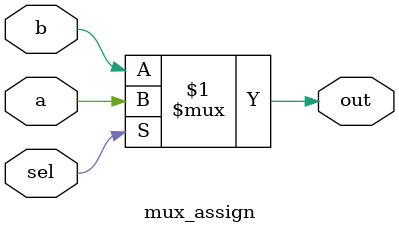
<source format=v>
module mux_assign (
    input a,
    input b,
    input sel,
    output out
);

assign out = sel ? a : b;

initial begin
    $display("mux_assign is instantiated");
end

endmodule

</source>
